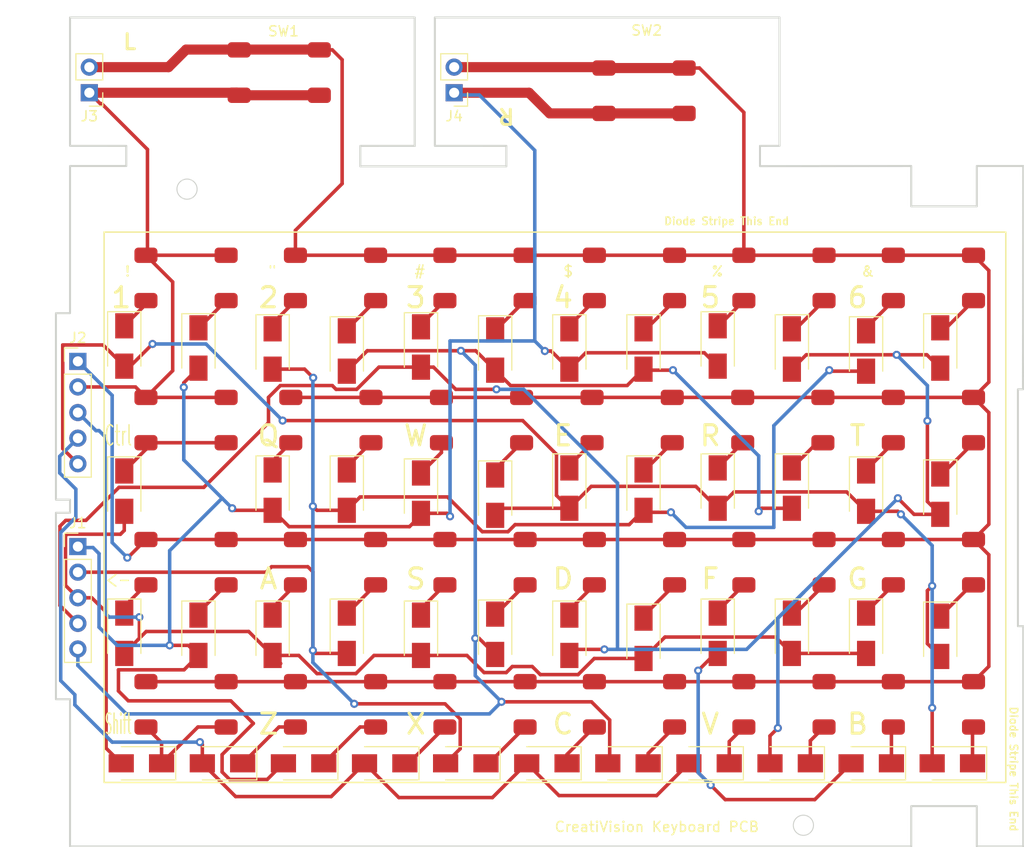
<source format=kicad_pcb>
(kicad_pcb (version 20211014) (generator pcbnew)
  (layers (0 "F.Cu" signal) (31 "B.Cu" signal) (34 "B.Paste" user) (35 "F.Paste" user) (36 "B.SilkS" user "B.Silkscreen") (37 "F.SilkS" user "F.Silkscreen") (38 "B.Mask" user) (39 "F.Mask" user) (44 "Edge.Cuts" user))
  (net 0 "")
  (net 1 "Net-(D1-Pad1)")
  (net 2 "Net-(D1-Pad2)")
  (net 3 "Net-(D2-Pad1)")
  (net 4 "Net-(D12-Pad2)")
  (net 5 "Net-(D3-Pad1)")
  (net 6 "Net-(D11-Pad2)")
  (net 7 "Net-(D4-Pad1)")
  (net 8 "Net-(D14-Pad2)")
  (net 9 "Net-(D5-Pad1)")
  (net 10 "Net-(D6-Pad1)")
  (net 11 "Net-(D16-Pad2)")
  (net 12 "Net-(D7-Pad1)")
  (net 13 "Net-(D8-Pad1)")
  (net 14 "Net-(D19-Pad2)")
  (net 15 "Net-(D9-Pad1)")
  (net 16 "Net-(D10-Pad1)")
  (net 17 "Net-(D10-Pad2)")
  (net 18 "Net-(D11-Pad1)")
  (net 19 "Net-(D12-Pad1)")
  (net 20 "Net-(D13-Pad1)")
  (net 21 "Net-(D13-Pad2)")
  (net 22 "Net-(D14-Pad1)")
  (net 23 "Net-(D15-Pad1)")
  (net 24 "Net-(D16-Pad1)")
  (net 25 "Net-(D17-Pad1)")
  (net 26 "Net-(D18-Pad1)")
  (net 27 "Net-(D19-Pad1)")
  (net 28 "Net-(D20-Pad1)")
  (net 29 "Net-(D21-Pad1)")
  (net 30 "Net-(D22-Pad1)")
  (net 31 "Net-(D23-Pad1)")
  (net 32 "Net-(D24-Pad1)")
  (net 33 "Net-(D25-Pad1)")
  (net 34 "Net-(D26-Pad1)")
  (net 35 "Net-(D27-Pad1)")
  (net 36 "Net-(D28-Pad1)")
  (net 37 "Net-(D29-Pad1)")
  (net 38 "Net-(D30-Pad1)")
  (net 39 "Net-(D31-Pad1)")
  (net 40 "Net-(D32-Pad1)")
  (net 41 "Net-(D33-Pad1)")
  (net 42 "Net-(D34-Pad1)")
  (net 43 "Net-(D35-Pad1)")
  (net 44 "Net-(D36-Pad1)")
  (net 45 "Net-(D37-Pad1)")
  (net 46 "Net-(D38-Pad1)")
  (net 47 "Net-(D39-Pad1)")
  (net 48 "Net-(D40-Pad1)")
  (net 49 "Net-(D41-Pad1)")
  (net 50 "Net-(D42-Pad1)")
  (net 51 "Net-(D43-Pad1)")
  (net 52 "Net-(D44-Pad1)")
  (net 53 "Net-(D45-Pad1)")
  (net 54 "Net-(D46-Pad1)")
  (net 55 "Net-(J2-Pad1)")
  (net 56 "Net-(J2-Pad2)")
  (footprint "Connector_PinHeader_2.54mm:PinHeader_1x05_P2.54mm_Vertical" (layer "F.Cu") (at 92.9 62.425)
    (fp_text reference "J2")
    (fp_text value "Conn_01x05_Female")
  )
  (footprint "Diode_SMD:D_SMA" (layer "F.Cu") (at 119.563635 89.4 -90)
    (fp_text reference "D14" hide)
    (fp_text value "CES521,L3F" hide)
  )
  (footprint "CheshBits:Jaycar SMD Tactical switch" (layer "F.Cu") (at 177 103.4 180)
    (fp_text reference "SW6" hide)
    (fp_text value "6A" hide)
  )
  (footprint "CheshBits:Jaycar SMD Tactical switch" (layer "F.Cu") (at 147.36 61.1 180)
    (fp_text reference "SW22" hide)
    (fp_text value "4D" hide)
  )
  (footprint "Diode_SMD:D_SMA" (layer "F.Cu") (at 141.62727 61.2 -90)
    (fp_text reference "D42" hide)
    (fp_text value "CES521,L3F" hide)
  )
  (footprint "Diode_SMD:D_SMA" (layer "F.Cu") (at 178.4 61.1 -90)
    (fp_text reference "D45" hide)
    (fp_text value "CES521,L3F" hide)
  )
  (footprint "CheshBits:Jaycar SMD Tactical switch" (layer "F.Cu") (at 113.59 26.828)
    (fp_text reference "SW1")
    (fp_text value "SW_MEC_5E")
  )
  (footprint "Diode_SMD:D_SMA" (layer "F.Cu") (at 141.62727 75 -90)
    (fp_text reference "D30" hide)
    (fp_text value "CES521,L3F" hide)
  )
  (footprint "Diode_SMD:D_SMA" (layer "F.Cu") (at 163.52 102.3 180)
    (fp_text reference "D8" hide)
    (fp_text value "CES521,L3F" hide)
  )
  (footprint "Diode_SMD:D_SMA" (layer "F.Cu") (at 147.44 102.3 180)
    (fp_text reference "D6" hide)
    (fp_text value "CES521,L3F" hide)
  )
  (footprint "Diode_SMD:D_SMA" (layer "F.Cu") (at 104.854545 61.1 -90)
    (fp_text reference "D35" hide)
    (fp_text value "CES521,L3F" hide)
  )
  (footprint "CheshBits:Jaycar SMD Tactical switch" (layer "F.Cu") (at 117.72 89.3 180)
    (fp_text reference "SW8" hide)
    (fp_text value "2B" hide)
  )
  (footprint "CheshBits:Jaycar SMD Tactical switch" (layer "F.Cu") (at 132.54 89.3 180)
    (fp_text reference "SW9" hide)
    (fp_text value "3B" hide)
  )
  (footprint "CheshBits:Jaycar SMD Tactical switch" (layer "F.Cu") (at 162.18 61.1 180)
    (fp_text reference "SW23" hide)
    (fp_text value "5D" hide)
  )
  (footprint "Diode_SMD:D_SMA" (layer "F.Cu") (at 99.2 102.3 180)
    (fp_text reference "D1" hide)
    (fp_text value "CES521,L3F" hide)
  )
  (footprint "Diode_SMD:D_SMA" (layer "F.Cu") (at 156.33636 75 -90)
    (fp_text reference "D32" hide)
    (fp_text value "CES521,L3F" hide)
  )
  (footprint "CheshBits:Jaycar SMD Tactical switch" (layer "F.Cu") (at 132.54 103.4 180)
    (fp_text reference "SW3" hide)
    (fp_text value "3A" hide)
  )
  (footprint "Diode_SMD:D_SMA" (layer "F.Cu") (at 163.690905 61.2 -90)
    (fp_text reference "D43" hide)
    (fp_text value "CES521,L3F" hide)
  )
  (footprint "Diode_SMD:D_SMA" (layer "F.Cu") (at 178.4 89.7 -90)
    (fp_text reference "D22" hide)
    (fp_text value "CES521,L3F" hide)
  )
  (footprint "CheshBits:Jaycar SMD Tactical switch" (layer "F.Cu") (at 177 61.1 180)
    (fp_text reference "SW24" hide)
    (fp_text value "6D" hide)
  )
  (footprint "Diode_SMD:D_SMA" (layer "F.Cu") (at 179.6 102.3 180)
    (fp_text reference "D10" hide)
    (fp_text value "CES521,L3F" hide)
  )
  (footprint "CheshBits:Jaycar SMD Tactical switch" (layer "F.Cu") (at 162.18 89.3 180)
    (fp_text reference "SW11" hide)
    (fp_text value "5B" hide)
  )
  (footprint "CheshBits:Jaycar SMD Tactical switch" (layer "F.Cu") (at 117.72 103.4 180)
    (fp_text reference "SW2" hide)
    (fp_text value "2A")
  )
  (footprint "Diode_SMD:D_SMA" (layer "F.Cu") (at 97.5 89.4 -90)
    (fp_text reference "D13" hide)
    (fp_text value "CES521,L3F" hide)
  )
  (footprint "Diode_SMD:D_SMA" (layer "F.Cu") (at 155.48 102.3 180)
    (fp_text reference "D9" hide)
    (fp_text value "CES521,L3F" hide)
  )
  (footprint "Diode_SMD:D_SMA" (layer "F.Cu") (at 104.854545 89.6 -90)
    (fp_text reference "D12" hide)
    (fp_text value "CES521,L3F" hide)
  )
  (footprint "Diode_SMD:D_SMA" (layer "F.Cu") (at 156.33636 60.9 -90)
    (fp_text reference "D44" hide)
    (fp_text value "CES521,L3F" hide)
  )
  (footprint "Diode_SMD:D_SMA" (layer "F.Cu") (at 126.91818 89.6 -90)
    (fp_text reference "D17" hide)
    (fp_text value "CES521,L3F" hide)
  )
  (footprint "Diode_SMD:D_SMA" (layer "F.Cu") (at 134.272725 61.3 -90)
    (fp_text reference "D39" hide)
    (fp_text value "CES521,L3F" hide)
  )
  (footprint "Diode_SMD:D_SMA" (layer "F.Cu") (at 126.91818 61 -90)
    (fp_text reference "D40" hide)
    (fp_text value "CES521,L3F" hide)
  )
  (footprint "CheshBits:Jaycar SMD Tactical switch" (layer "F.Cu") (at 102.9 61.1 180)
    (fp_text reference "SW19" hide)
    (fp_text value "1D" hide)
  )
  (footprint "Diode_SMD:D_SMA" (layer "F.Cu") (at 97.5 75.3 -90)
    (fp_text reference "D24" hide)
    (fp_text value "CES521,L3F" hide)
  )
  (footprint "Connector_PinHeader_2.54mm:PinHeader_1x02_P2.54mm_Vertical" (layer "F.Cu") (at 130.206 35.779 180)
    (fp_text reference "J4")
    (fp_text value "Conn_01x02_Female")
  )
  (footprint "CheshBits:Jaycar SMD Tactical switch" (layer "F.Cu") (at 102.9 103.4 180)
    (fp_text reference "SW1" hide)
    (fp_text value "1A" hide)
  )
  (footprint "CheshBits:Jaycar SMD Tactical switch" (layer "F.Cu") (at 132.54 61.1 180)
    (fp_text reference "SW21" hide)
    (fp_text value "3D" hide)
  )
  (footprint "CheshBits:Jaycar SMD Tactical switch" (layer "F.Cu") (at 162.065 75.2 180)
    (fp_text reference "SW17" hide)
    (fp_text value "5C" hide)
  )
  (footprint "CheshBits:Jaycar SMD Tactical switch" (layer "F.Cu") (at 117.26 75.2 180)
    (fp_text reference "SW14" hide)
    (fp_text value "2C" hide)
  )
  (footprint "Diode_SMD:D_SMA" (layer "F.Cu") (at 112.20909 75.2 -90)
    (fp_text reference "D26" hide)
    (fp_text value "CES521,L3F" hide)
  )
  (footprint "CheshBits:Jaycar SMD Tactical switch" (layer "F.Cu") (at 147.36 89.3 180)
    (fp_text reference "SW10" hide)
    (fp_text value "4B" hide)
  )
  (footprint "Diode_SMD:D_SMA" (layer "F.Cu") (at 112.20909 61.2 -90)
    (fp_text reference "D38" hide)
    (fp_text value "CES521,L3F" hide)
  )
  (footprint "Connector_PinHeader_2.54mm:PinHeader_1x02_P2.54mm_Vertical" (layer "F.Cu") (at 94.036 35.779 180)
    (fp_text reference "J3")
    (fp_text value "Conn_01x02_Female")
  )
  (footprint "Diode_SMD:D_SMA" (layer "F.Cu") (at 107.24 102.3 180)
    (fp_text reference "D3" hide)
    (fp_text value "CES521,L3F" hide)
  )
  (footprint "Diode_SMD:D_SMA" (layer "F.Cu") (at 178.4 75.6 -90)
    (fp_text reference "D33" hide)
    (fp_text value "CES521,L3F" hide)
  )
  (footprint "Diode_SMD:D_SMA" (layer "F.Cu") (at 123.32 102.3 180)
    (fp_text reference "D5" hide)
    (fp_text value "CES521,L3F" hide)
  )
  (footprint "Diode_SMD:D_SMA" (layer "F.Cu") (at 148.981815 89.9 -90)
    (fp_text reference "D18" hide)
    (fp_text value "CES521,L3F" hide)
  )
  (footprint "Diode_SMD:D_SMA" (layer "F.Cu") (at 126.91818 75.5 -90)
    (fp_text reference "D28" hide)
    (fp_text value "CES521,L3F" hide)
  )
  (footprint "CheshBits:Jaycar SMD Tactical switch" (layer "F.Cu") (at 147.36 103.4 180)
    (fp_text reference "SW4" hide)
    (fp_text value "4A" hide)
  )
  (footprint "CheshBits:Jaycar SMD Tactical switch" (layer "F.Cu") (at 177 89.3 180)
    (fp_text reference "SW12" hide)
    (fp_text value "6B" hide)
  )
  (footprint "Diode_SMD:D_SMA" (layer "F.Cu") (at 131.36 102.3 180)
    (fp_text reference "D4" hide)
    (fp_text value "CES521,L3F" hide)
  )
  (footprint "Diode_SMD:D_SMA" (layer "F.Cu") (at 171.56 102.3 180)
    (fp_text reference "D11" hide)
    (fp_text value "CES521,L3F" hide)
  )
  (footprint "Diode_SMD:D_SMA" (layer "F.Cu") (at 156.33636 89.4 -90)
    (fp_text reference "D21" hide)
    (fp_text value "CES521,L3F" hide)
  )
  (footprint "Diode_SMD:D_SMA" (layer "F.Cu") (at 134.272725 75.7 -90)
    (fp_text reference "D27" hide)
    (fp_text value "CES521,L3F" hide)
  )
  (footprint "CheshBits:Jaycar SMD Tactical switch" (layer "F.Cu") (at 147.13 75.2 180)
    (fp_text reference "SW16" hide)
    (fp_text value "4C" hide)
  )
  (footprint "Diode_SMD:D_SMA" (layer "F.Cu") (at 163.690905 75 -90)
    (fp_text reference "D31" hide)
    (fp_text value "CES521,L3F" hide)
  )
  (footprint "Diode_SMD:D_SMA" (layer "F.Cu") (at 115.28 102.3 180)
    (fp_text reference "D2" hide)
    (fp_text value "CES521,L3F" hide)
  )
  (footprint "Diode_SMD:D_SMA" (layer "F.Cu") (at 139.4 102.3 180)
    (fp_text reference "D7" hide)
    (fp_text value "CES521,L3F" hide)
  )
  (footprint "Diode_SMD:D_SMA" (layer "F.Cu") (at 171.04545 75.3 -90)
    (fp_text reference "D34" hide)
    (fp_text value "CES521,L3F" hide)
  )
  (footprint "Connector_PinHeader_2.54mm:PinHeader_1x05_P2.54mm_Vertical" (layer "F.Cu") (at 92.9 80.8)
    (fp_text reference "J1")
    (fp_text value "Conn_01x05_Female")
  )
  (footprint "Diode_SMD:D_SMA" (layer "F.Cu") (at 171.04545 61.4 -90)
    (fp_text reference "D46" hide)
    (fp_text value "CES521,L3F" hide)
  )
  (footprint "CheshBits:Jaycar SMD Tactical switch" (layer "F.Cu") (at 149.76 28.628)
    (fp_text reference "SW2")
    (fp_text value "SW_MEC_5E")
  )
  (footprint "Diode_SMD:D_SMA" (layer "F.Cu") (at 119.563635 61.4 -90)
    (fp_text reference "D37" hide)
    (fp_text value "CES521,L3F" hide)
  )
  (footprint "Diode_SMD:D_SMA" (layer "F.Cu") (at 148.981815 75.2 -90)
    (fp_text reference "D29" hide)
    (fp_text value "CES521,L3F" hide)
  )
  (footprint "Diode_SMD:D_SMA" (layer "F.Cu") (at 171.04545 89.4 -90)
    (fp_text reference "D23" hide)
    (fp_text value "CES521,L3F" hide)
  )
  (footprint "Diode_SMD:D_SMA" (layer "F.Cu") (at 112.20909 89.6 -90)
    (fp_text reference "D15" hide)
    (fp_text value "CES521,L3F" hide)
  )
  (footprint "Diode_SMD:D_SMA" (layer "F.Cu") (at 134.272725 89.5 -90)
    (fp_text reference "D16" hide)
    (fp_text value "CES521,L3F" hide)
  )
  (footprint "CheshBits:Jaycar SMD Tactical switch" (layer "F.Cu") (at 132.195 75.2 180)
    (fp_text reference "SW15" hide)
    (fp_text value "3C" hide)
  )
  (footprint "CheshBits:Jaycar SMD Tactical switch" (layer "F.Cu") (at 177 75.2 180)
    (fp_text reference "SW18" hide)
    (fp_text value "6C" hide)
  )
  (footprint "CheshBits:Jaycar SMD Tactical switch" (layer "F.Cu") (at 102.9 75.2 180)
    (fp_text reference "SW13" hide)
    (fp_text value "1C" hide)
  )
  (footprint "CheshBits:Jaycar SMD Tactical switch" (layer "F.Cu") (at 162.18 103.4 180)
    (fp_text reference "SW5" hide)
    (fp_text value "5A")
  )
  (footprint "Diode_SMD:D_SMA" (layer "F.Cu") (at 148.981815 61.2 -90)
    (fp_text reference "D41" hide)
    (fp_text value "CES521,L3F" hide)
  )
  (footprint "Diode_SMD:D_SMA" (layer "F.Cu") (at 119.563635 75.2 -90)
    (fp_text reference "D25" hide)
    (fp_text value "CES521,L3F" hide)
  )
  (footprint "CheshBits:Jaycar SMD Tactical switch" (layer "F.Cu") (at 102.9 89.3 180)
    (fp_text reference "SW7" hide)
    (fp_text value "1B" hide)
  )
  (footprint "CheshBits:Jaycar SMD Tactical switch" (layer "F.Cu") (at 117.72 61.1 180)
    (fp_text reference "SW20" hide)
    (fp_text value "2D" hide)
  )
  (footprint "Diode_SMD:D_SMA" (layer "F.Cu") (at 163.690905 89.4 -90)
    (fp_text reference "D20" hide)
    (fp_text value "CES521,L3F" hide)
  )
  (footprint "Diode_SMD:D_SMA" (layer "F.Cu") (at 141.62727 89.6 -90)
    (fp_text reference "D19" hide)
    (fp_text value "CES521,L3F" hide)
  )
  (footprint "Diode_SMD:D_SMA" (layer "F.Cu") (at 97.5 60.9 -90)
    (fp_text reference "D36" hide)
    (fp_text value "CES521,L3F" hide)
  )
  (gr_rect (start 95.5 104.2) (end 184.9 49.6) (layer "F.SilkS") (width 0.15) (fill none))
  (gr_circle (center 164.832499 108.44572) (end 164.832499 107.44572) (layer "Edge.Cuts") (width 0.1) (fill none))
  (gr_circle (center 103.722663 45.340508) (end 103.722663 44.340508) (layer "Edge.Cuts") (width 0.1) (fill none))
  (gr_poly (pts (xy 182.024 43.046) (xy 182.024 47.046) (xy 175.524 47.046) (xy 175.524 43.046) (xy 160.527981 43.060826) (xy 160.528 41.048) (xy 162.464 41.046) (xy 162.464 28.308) (xy 128.294 28.308) (xy 128.294 41.046) (xy 135.382 41.048) (xy 135.382 43.08) (xy 120.904 43.08) (xy 120.904 41.048) (xy 126.294 41.046) (xy 126.294 28.308) (xy 92.124 28.308) (xy 92.124 41.046) (xy 97.7 41.048) (xy 97.7 43.046) (xy 92.124 43.046) (xy 92.124 57.646) (xy 90.724 57.646) (xy 90.724 76.146) (xy 92.124 76.146) (xy 92.124 77.446) (xy 90.724 77.446) (xy 90.724 95.946) (xy 92.124 95.946) (xy 92.124 110.546) (xy 175.524 110.546) (xy 175.524 106.546) (xy 182.024 106.546) (xy 182.024 110.546) (xy 186.624 110.546) (xy 186.624 88.7) (xy 186.1 88.7) (xy 186.1 65.2) (xy 186.6 65.2) (xy 186.624 43.046)) (layer "Edge.Cuts") (width 0.2) (fill none))
  (gr_text "%" (at 156.3 53.5) (layer "F.SilkS") (effects (font (size 1 1))))
  (gr_text "Diode Stripe This End" (at 185.674 102.87 270) (layer "F.SilkS") (effects (font (size 0.75 0.75))))
  (gr_text "<-" (at 96.9 84) (layer "F.SilkS") (effects (font (size 2 1))))
  (gr_text "T" (at 170.2 69.8) (layer "F.SilkS") (effects (font (size 2 2) (thickness 0.3))))
  (gr_text "A" (at 111.8 84) (layer "F.SilkS") (effects (font (size 2 2) (thickness 0.3))))
  (gr_text "4" (at 141 56.1) (layer "F.SilkS") (effects (font (size 2 2) (thickness 0.3))))
  (gr_text "Diode Stripe This End" (at 157.226 48.514) (layer "F.SilkS") (effects (font (size 0.75 0.75))))
  (gr_text "1" (at 97.2 56.1) (layer "F.SilkS") (effects (font (size 2 2) (thickness 0.3))))
  (gr_text "Shift" (at 96.9 98.4) (layer "F.SilkS") (effects (font (size 2 0.75))))
  (gr_text "E" (at 141 69.8) (layer "F.SilkS") (effects (font (size 2 2) (thickness 0.3))))
  (gr_text "6" (at 170.2 56.1) (layer "F.SilkS") (effects (font (size 2 2) (thickness 0.3))))
  (gr_text "B" (at 170.2 98.4) (layer "F.SilkS") (effects (font (size 2 2) (thickness 0.3))))
  (gr_text "R" (at 155.6 69.8) (layer "F.SilkS") (effects (font (size 2 2) (thickness 0.3))))
  (gr_text "R" (at 135.382 38.1 180) (layer "F.SilkS") (effects (font (size 1.5 1.5) (thickness 0.3))))
  (gr_text "3" (at 126.4 56.1) (layer "F.SilkS") (effects (font (size 2 2) (thickness 0.3))))
  (gr_text "Z" (at 111.8 98.4) (layer "F.SilkS") (effects (font (size 2 2) (thickness 0.3))))
  (gr_text "#" (at 126.801905 53.5) (layer "F.SilkS") (effects (font (size 1 1))))
  (gr_text "X" (at 126.4 98.4) (layer "F.SilkS") (effects (font (size 2 2) (thickness 0.3))))
  (gr_text "!" (at 97.827619 53.5) (layer "F.SilkS") (effects (font (size 1 1))))
  (gr_text "S" (at 126.4 84) (layer "F.SilkS") (effects (font (size 2 2) (thickness 0.3))))
  (gr_text "Ctrl" (at 96.9 69.8) (layer "F.SilkS") (effects (font (size 2 1))))
  (gr_text "D" (at 141 84) (layer "F.SilkS") (effects (font (size 2 2) (thickness 0.3))))
  (gr_text "5" (at 155.6 56.1) (layer "F.SilkS") (effects (font (size 2 2) (thickness 0.3))))
  (gr_text "V" (at 155.6 98.4) (layer "F.SilkS") (effects (font (size 2 2) (thickness 0.3))))
  (gr_text "Q" (at 111.8 69.8) (layer "F.SilkS") (effects (font (size 2 2) (thickness 0.3))))
  (gr_text "G" (at 170.2 84) (layer "F.SilkS") (effects (font (size 2 2) (thickness 0.3))))
  (gr_text "&" (at 171.227619 53.5) (layer "F.SilkS") (effects (font (size 1 1))))
  (gr_text "C" (at 141 98.4) (layer "F.SilkS") (effects (font (size 2 2) (thickness 0.3))))
  (gr_text "CreatiVision Keyboard PCB" (at 150.3 108.6) (layer "F.SilkS") (effects (font (size 1 1))))
  (gr_text "W" (at 126.4 69.8) (layer "F.SilkS") (effects (font (size 2 2) (thickness 0.3))))
  (gr_text "2" (at 111.8 56.1) (layer "F.SilkS") (effects (font (size 2 2) (thickness 0.3))))
  (gr_text "F" (at 155.6 84) (layer "F.SilkS") (effects (font (size 2 2) (thickness 0.3))))
  (gr_text "$" (at 141.515238 53.5) (layer "F.SilkS") (effects (font (size 1 1))))
  (gr_text "L" (at 98.044 30.734) (layer "F.SilkS") (effects (font (size 1.5 1.5) (thickness 0.3))))
  (gr_text "{dblquote}" (at 112.183809 53.5) (layer "F.SilkS") (effects (font (size 1 1))))
  (segment (start 104.8 98.7) (end 107.6 98.7) (width 0.35) (layer "F.Cu") (net 1))
  (segment (start 101.2 100.25) (end 99.65 98.7) (width 0.35) (layer "F.Cu") (net 1))
  (segment (start 101.2 102.3) (end 104.8 98.7) (width 0.35) (layer "F.Cu") (net 1))
  (segment (start 101.2 102.3) (end 101.2 100.25) (width 0.35) (layer "F.Cu") (net 1))
  (segment (start 91.675489 84.655489) (end 91.675489 79.724511) (width 0.35) (layer "F.Cu") (net 2))
  (segment (start 97.124511 79.575489) (end 97.5 79.2) (width 0.35) (layer "F.Cu") (net 2))
  (segment (start 92.9 85.88) (end 91.675489 84.655489) (width 0.35) (layer "F.Cu") (net 2))
  (segment (start 91.824511 79.575489) (end 97.124511 79.575489) (width 0.35) (layer "F.Cu") (net 2))
  (segment (start 92.9 85.88) (end 94.28 85.88) (width 0.35) (layer "F.Cu") (net 2))
  (segment (start 94.28 85.88) (end 95.7 87.3) (width 0.35) (layer "F.Cu") (net 2))
  (segment (start 95.7 100.8) (end 97.2 102.3) (width 0.35) (layer "F.Cu") (net 2))
  (segment (start 91.675489 79.724511) (end 91.824511 79.575489) (width 0.35) (layer "F.Cu") (net 2))
  (segment (start 95.7 87.3) (end 95.7 100.8) (width 0.35) (layer "F.Cu") (net 2))
  (segment (start 97.5 79.2) (end 97.5 77.3) (width 0.35) (layer "F.Cu") (net 2))
  (segment (start 120.88 98.7) (end 122.42 98.7) (width 0.35) (layer "F.Cu") (net 3))
  (segment (start 117.28 102.3) (end 120.88 98.7) (width 0.35) (layer "F.Cu") (net 3))
  (segment (start 126.91818 77.5) (end 129.5 77.5) (width 0.35) (layer "F.Cu") (net 4))
  (segment (start 103.854545 90.6) (end 104.854545 91.6) (width 0.35) (layer "F.Cu") (net 4))
  (segment (start 155.011849 61.575489) (end 143.251781 61.575489) (width 0.35) (layer "F.Cu") (net 4))
  (segment (start 102 90.6) (end 103.854545 90.6) (width 0.35) (layer "F.Cu") (net 4))
  (segment (start 113.28 102.3) (end 111.68 103.9) (width 0.35) (layer "F.Cu") (net 4))
  (segment (start 126.91818 77.68182) (end 126.91818 77.5) (width 0.35) (layer "F.Cu") (net 4))
  (segment (start 103.4 64.554545) (end 104.854545 63.1) (width 0.35) (layer "F.Cu") (net 4))
  (segment (start 156.33636 62.9) (end 155.011849 61.575489) (width 0.35) (layer "F.Cu") (net 4))
  (segment (start 107.940978 103.9) (end 107.2 103.159022) (width 0.35) (layer "F.Cu") (net 4))
  (segment (start 112.20909 77.2) (end 108.4 77.2) (width 0.35) (layer "F.Cu") (net 4))
  (segment (start 130.206 35.779) (end 137.633 35.779) (width 1) (layer "F.Cu") (net 4))
  (segment (start 96.924511 95.124511) (end 96.924511 93.024511) (width 0.35) (layer "F.Cu") (net 4))
  (segment (start 96.924511 93.024511) (end 103.430034 93.024511) (width 0.35) (layer "F.Cu") (net 4))
  (segment (start 112.20909 77.2) (end 113.833601 78.824511) (width 0.35) (layer "F.Cu") (net 4))
  (segment (start 107.2 101.440978) (end 110.3 98.340978) (width 0.35) (layer "F.Cu") (net 4))
  (segment (start 139.82727 61.4) (end 141.62727 63.2) (width 0.35) (layer "F.Cu") (net 4))
  (segment (start 108.059022 96.1) (end 97.9 96.1) (width 0.35) (layer "F.Cu") (net 4))
  (segment (start 137.633 35.779) (end 139.682 37.828) (width 1) (layer "F.Cu") (net 4))
  (segment (start 113.833601 78.824511) (end 125.775489 78.824511) (width 0.35) (layer "F.Cu") (net 4))
  (segment (start 97.9 96.1) (end 96.924511 95.124511) (width 0.35) (layer "F.Cu") (net 4))
  (segment (start 103.430034 93.024511) (end 104.854545 91.6) (width 0.35) (layer "F.Cu") (net 4))
  (segment (start 108.4 77.2) (end 108.2 77) (width 0.35) (layer "F.Cu") (net 4))
  (segment (start 103.4 65) (end 103.4 64.554545) (width 0.35) (layer "F.Cu") (net 4))
  (segment (start 139.2 61.4) (end 139.82727 61.4) (width 0.35) (layer "F.Cu") (net 4))
  (segment (start 125.775489 78.824511) (end 126.91818 77.68182) (width 0.35) (layer "F.Cu") (net 4))
  (segment (start 107.2 103.159022) (end 107.2 101.440978) (width 0.35) (layer "F.Cu") (net 4))
  (segment (start 111.68 103.9) (end 107.940978 103.9) (width 0.35) (layer "F.Cu") (net 4))
  (segment (start 145.06 37.828) (end 153.01 37.828) (width 1) (layer "F.Cu") (net 4))
  (segment (start 129.5 77.5) (end 129.8 77.8) (width 0.35) (layer "F.Cu") (net 4))
  (segment (start 110.3 98.340978) (end 108.059022 96.1) (width 0.35) (layer "F.Cu") (net 4))
  (segment (start 143.251781 61.575489) (end 141.62727 63.2) (width 0.35) (layer "F.Cu") (net 4))
  (segment (start 139.682 37.828) (end 145.06 37.828) (width 1) (layer "F.Cu") (net 4))
  (via (at 108.2 77) (size 0.8) (drill 0.4) (layers "F.Cu" "B.Cu") (net 4))
  (via (at 102 90.6) (size 0.8) (drill 0.4) (layers "F.Cu" "B.Cu") (net 4))
  (via (at 103.4 65) (size 0.8) (drill 0.4) (layers "F.Cu" "B.Cu") (net 4))
  (via (at 129.8 77.8) (size 0.8) (drill 0.4) (layers "F.Cu" "B.Cu") (net 4))
  (via (at 139.2 61.4) (size 0.8) (drill 0.4) (layers "F.Cu" "B.Cu") (net 4))
  (segment (start 138.2 41.5) (end 132.7 36) (width 0.35) (layer "B.Cu") (net 4))
  (segment (start 96.8 90.6) (end 102 90.6) (width 0.35) (layer "B.Cu") (net 4))
  (segment (start 103.4 72.2) (end 103.4 65) (width 0.35) (layer "B.Cu") (net 4))
  (segment (start 102 81.2) (end 102 90.6) (width 0.35) (layer "B.Cu") (net 4))
  (segment (start 107.2 76) (end 102 81.2) (width 0.35) (layer "B.Cu") (net 4))
  (segment (start 92.9 80.8) (end 93 80.9) (width 0.35) (layer "B.Cu") (net 4))
  (segment (start 138.2 60.4) (end 139.2 61.4) (width 0.35) (layer "B.Cu") (net 4))
  (segment (start 130.427 36) (end 130.206 35.779) (width 0.35) (layer "B.Cu") (net 4))
  (segment (start 95 88.8) (end 96.8 90.6) (width 0.35) (layer "B.Cu") (net 4))
  (segment (start 132.7 36) (end 130.427 36) (width 0.35) (layer "B.Cu") (net 4))
  (segment (start 107.2 76) (end 103.4 72.2) (width 0.35) (layer "B.Cu") (net 4))
  (segment (start 95 81.5) (end 95 88.8) (width 0.35) (layer "B.Cu") (net 4))
  (segment (start 129.8 60.4) (end 138.2 60.4) (width 0.35) (layer "B.Cu") (net 4))
  (segment (start 108.2 77) (end 107.2 76) (width 0.35) (layer "B.Cu") (net 4))
  (segment (start 94.4 80.9) (end 95 81.5) (width 0.35) (layer "B.Cu") (net 4))
  (segment (start 93 80.9) (end 94.4 80.9) (width 0.35) (layer "B.Cu") (net 4))
  (segment (start 129.8 77.8) (end 129.8 60.4) (width 0.35) (layer "B.Cu") (net 4))
  (segment (start 138.2 60.4) (end 138.2 41.5) (width 0.35) (layer "B.Cu") (net 4))
  (segment (start 109.24 102.3) (end 112.84 98.7) (width 0.35) (layer "F.Cu") (net 5))
  (segment (start 112.84 98.7) (end 114.47 98.7) (width 0.35) (layer "F.Cu") (net 5))
  (segment (start 105.24 102.3) (end 108.54 105.6) (width 0.35) (layer "F.Cu") (net 6))
  (segment (start 165.96 105.9) (end 169.56 102.3) (width 0.35) (layer "F.Cu") (net 6))
  (segment (start 157.08 105.9) (end 165.96 105.9) (width 0.35) (layer "F.Cu") (net 6))
  (segment (start 153.48 102.3) (end 155.64 104.46) (width 0.35) (layer "F.Cu") (net 6))
  (segment (start 108.54 105.6) (end 118.02 105.6) (width 0.35) (layer "F.Cu") (net 6))
  (segment (start 156.1 91.4) (end 154.4 93.1) (width 0.35) (layer "F.Cu") (net 6))
  (segment (start 105.24 100.44) (end 105 100.2) (width 0.35) (layer "F.Cu") (net 6))
  (segment (start 124.72 105.7) (end 134 105.7) (width 0.35) (layer "F.Cu") (net 6))
  (segment (start 140.6 105.5) (end 150.28 105.5) (width 0.35) (layer "F.Cu") (net 6))
  (segment (start 150.28 105.5) (end 153.48 102.3) (width 0.35) (layer "F.Cu") (net 6))
  (segment (start 137.4 102.3) (end 140.6 105.5) (width 0.35) (layer "F.Cu") (net 6))
  (segment (start 105.24 102.3) (end 105.24 100.44) (width 0.35) (layer "F.Cu") (net 6))
  (segment (start 118.02 105.6) (end 121.32 102.3) (width 0.35) (layer "F.Cu") (net 6))
  (segment (start 156.33636 91.4) (end 156.1 91.4) (width 0.35) (layer "F.Cu") (net 6))
  (segment (start 155.64 104.46) (end 157.08 105.9) (width 0.35) (layer "F.Cu") (net 6))
  (segment (start 121.32 102.3) (end 124.72 105.7) (width 0.35) (layer "F.Cu") (net 6))
  (segment (start 134 105.7) (end 137.4 102.3) (width 0.35) (layer "F.Cu") (net 6))
  (via (at 154.4 93.1) (size 0.8) (drill 0.4) (layers "F.Cu" "B.Cu") (net 6))
  (via (at 155.64 104.46) (size 0.8) (drill 0.4) (layers "F.Cu" "B.Cu") (net 6))
  (via (at 105 100.2) (size 0.8) (drill 0.4) (layers "F.Cu" "B.Cu") (net 6))
  (segment (start 92.7 77.9) (end 92.7 75.1) (width 0.35) (layer "B.Cu") (net 6))
  (segment (start 91.2 94.1) (end 91.2 79.4) (width 0.35) (layer "B.Cu") (net 6))
  (segment (start 92.6 95.5) (end 91.2 94.1) (width 0.35) (layer "B.Cu") (net 6))
  (segment (start 92.7 75.1) (end 91.1 73.5) (width 0.35) (layer "B.Cu") (net 6))
  (segment (start 96.3 100.2) (end 92.6 96.5) (width 0.35) (layer "B.Cu") (net 6))
  (segment (start 105 100.2) (end 96.3 100.2) (width 0.35) (layer "B.Cu") (net 6))
  (segment (start 91.1 73.5) (end 91.1 71.845) (width 0.35) (layer "B.Cu") (net 6))
  (segment (start 91.2 79.4) (end 92.7 77.9) (width 0.35) (layer "B.Cu") (net 6))
  (segment (start 154.4 93.1) (end 154.4 103.22) (width 0.35) (layer "B.Cu") (net 6))
  (segment (start 154.4 103.22) (end 155.64 104.46) (width 0.35) (layer "B.Cu") (net 6))
  (segment (start 92.6 96.5) (end 92.6 95.5) (width 0.35) (layer "B.Cu") (net 6))
  (segment (start 91.1 71.845) (end 92.9 70.045) (width 0.35) (layer "B.Cu") (net 6))
  (segment (start 133.64 102.3) (end 137.24 98.7) (width 0.35) (layer "F.Cu") (net 7))
  (segment (start 133.36 102.3) (end 133.64 102.3) (width 0.35) (layer "F.Cu") (net 7))
  (segment (start 130.80752 100.85248) (end 130.80752 97.90752) (width 0.35) (layer "F.Cu") (net 8))
  (segment (start 115.7 82.8) (end 116.2 83.3) (width 0.35) (layer "F.Cu") (net 8))
  (segment (start 120.888146 75.875489) (end 129.549192 75.875489) (width 0.35) (layer "F.Cu") (net 8))
  (segment (start 119.563635 77.2) (end 120.888146 75.875489) (width 0.35) (layer "F.Cu") (net 8))
  (segment (start 147.557304 78.624511) (end 148.981815 77.2) (width 0.35) (layer "F.Cu") (net 8))
  (segment (start 167.5 63.4) (end 167.4 63.3) (width 0.35) (layer "F.Cu") (net 8))
  (segment (start 119.563635 91.4) (end 116.5 91.4) (width 0.35) (layer "F.Cu") (net 8))
  (segment (start 129.36 102.3) (end 130.80752 100.85248) (width 0.35) (layer "F.Cu") (net 8))
  (segment (start 116.6 77.2) (end 116.2 76.8) (width 0.35) (layer "F.Cu") (net 8))
  (segment (start 115.379604 63.2) (end 116.229615 64.050011) (width 0.35) (layer "F.Cu") (net 8))
  (segment (start 130.80752 97.90752) (end 129.3 96.4) (width 0.35) (layer "F.Cu") (net 8))
  (segment (start 112.20909 63.2) (end 115.379604 63.2) (width 0.35) (layer "F.Cu") (net 8))
  (segment (start 112.1 82.8) (end 115.7 82.8) (width 0.35) (layer "F.Cu") (net 8))
  (segment (start 116.5 91.4) (end 116.2 91.1) (width 0.35) (layer "F.Cu") (net 8))
  (segment (start 129.3 96.4) (end 120.3 96.4) (width 0.35) (layer "F.Cu") (net 8))
  (segment (start 92.9 83.34) (end 111.56 83.34) (width 0.35) (layer "F.Cu") (net 8))
  (segment (start 119.563635 77.2) (end 116.6 77.2) (width 0.35) (layer "F.Cu") (net 8))
  (segment (start 111.56 83.34) (end 112.1 82.8) (width 0.35) (layer "F.Cu") (net 8))
  (segment (start 116.2 83.3) (end 116.2 91.1) (width 0.35) (layer "F.Cu") (net 8))
  (segment (start 132.998214 79.324511) (end 135.547236 79.324511) (width 0.35) (layer "F.Cu") (net 8))
  (segment (start 135.547236 79.324511) (end 136.247236 78.624511) (width 0.35) (layer "F.Cu") (net 8))
  (segment (start 136.247236 78.624511) (end 147.557304 78.624511) (width 0.35) (layer "F.Cu") (net 8))
  (segment (start 129.549192 75.875489) (end 132.998214 79.324511) (width 0.35) (layer "F.Cu") (net 8))
  (segment (start 151.7 77.4) (end 149.181815 77.4) (width 0.35) (layer "F.Cu") (net 8))
  (segment (start 149.181815 77.4) (end 148.981815 77.2) (width 0.35) (layer "F.Cu") (net 8))
  (segment (start 171.04545 63.4) (end 167.5 63.4) (width 0.35) (layer "F.Cu") (net 8))
  (via (at 120.3 96.4) (size 0.8) (drill 0.4) (layers "F.Cu" "B.Cu") (net 8))
  (via (at 116.2 91.1) (size 0.8) (drill 0.4) (layers "F.Cu" "B.Cu") (net 8))
  (via (at 167.4 63.3) (size 0.8) (drill 0.4) (layers "F.Cu" "B.Cu") (net 8))
  (via (at 151.7 77.4) (size 0.8) (drill 0.4) (layers "F.Cu" "B.Cu") (net 8))
  (via (at 116.229615 64.050011) (size 0.8) (drill 0.4) (layers "F.Cu" "B.Cu") (net 8))
  (via (at 116.2 76.8) (size 0.8) (drill 0.4) (layers "F.Cu" "B.Cu") (net 8))
  (segment (start 116.2 76.8) (end 116.2 64.079626) (width 0.35) (layer "B.Cu") (net 8))
  (segment (start 116.2 64.079626) (end 116.229615 64.050011) (width 0.35) (layer "B.Cu") (net 8))
  (segment (start 153.2 78.9) (end 151.7 77.4) (width 0.35) (layer "B.Cu") (net 8))
  (segment (start 161.9 78.9) (end 153.2 78.9) (width 0.35) (layer "B.Cu") (net 8))
  (segment (start 161.9 68.8) (end 161.9 78.9) (width 0.35) (layer "B.Cu") (net 8))
  (segment (start 167.4 63.3) (end 161.9 68.8) (width 0.35) (layer "B.Cu") (net 8))
  (segment (start 116.2 92.3) (end 116.2 91.1) (width 0.35) (layer "B.Cu") (net 8))
  (segment (start 116.2 91.1) (end 116.2 76.8) (width 0.35) (layer "B.Cu") (net 8))
  (segment (start 120.3 96.4) (end 116.2 92.3) (width 0.35) (layer "B.Cu") (net 8))
  (segment (start 125.32 102.3) (end 125.69 102.3) (width 0.35) (layer "F.Cu") (net 9))
  (segment (start 125.69 102.3) (end 129.29 98.7) (width 0.35) (layer "F.Cu") (net 9))
  (segment (start 149.44 101.32) (end 152.06 98.7) (width 0.35) (layer "F.Cu") (net 10))
  (segment (start 149.44 102.3) (end 149.44 101.32) (width 0.35) (layer "F.Cu") (net 10))
  (segment (start 163.690905 77) (end 160.7 77) (width 0.35) (layer "F.Cu") (net 11))
  (segment (start 121.588146 61.375489) (end 119.563635 63.4) (width 0.35) (layer "F.Cu") (net 11))
  (segment (start 148.981815 63.2) (end 147.357304 64.824511) (width 0.35) (layer "F.Cu") (net 11))
  (segment (start 132.3 89.9) (end 132.672725 89.9) (width 0.35) (layer "F.Cu") (net 11))
  (segment (start 160.7 77) (end 160.4 77.3) (width 0.35) (layer "F.Cu") (net 11))
  (segment (start 149.081815 63.3) (end 148.981815 63.2) (width 0.35) (layer "F.Cu") (net 11))
  (segment (start 145.62752 98.006054) (end 143.821466 96.2) (width 0.35) (layer "F.Cu") (net 11))
  (segment (start 134.272725 63.3) (end 132.348214 61.375489) (width 0.35) (layer "F.Cu") (net 11))
  (segment (start 130.875489 61.375489) (end 121.588146 61.375489) (width 0.35) (layer "F.Cu") (net 11))
  (segment (start 145.62752 102.11248) (end 145.62752 98.006054) (width 0.35) (layer "F.Cu") (net 11))
  (segment (start 145.44 102.3) (end 145.62752 102.11248) (width 0.35) (layer "F.Cu") (net 11))
  (segment (start 143.821466 96.2) (end 134.9 96.2) (width 0.35) (layer "F.Cu") (net 11))
  (segment (start 147.357304 64.824511) (end 135.797236 64.824511) (width 0.35) (layer "F.Cu") (net 11))
  (segment (start 135.797236 64.824511) (end 134.272725 63.3) (width 0.35) (layer "F.Cu") (net 11))
  (segment (start 151.9 63.3) (end 149.081815 63.3) (width 0.35) (layer "F.Cu") (net 11))
  (segment (start 132.672725 89.9) (end 134.272725 91.5) (width 0.35) (layer "F.Cu") (net 11))
  (segment (start 132.348214 61.375489) (end 130.875489 61.375489) (width 0.35) (layer "F.Cu") (net 11))
  (via (at 151.9 63.3) (size 0.8) (drill 0.4) (layers "F.Cu" "B.Cu") (net 11))
  (via (at 132.3 89.9) (size 0.8) (drill 0.4) (layers "F.Cu" "B.Cu") (net 11))
  (via (at 160.4 77.3) (size 0.8) (drill 0.4) (layers "F.Cu" "B.Cu") (net 11))
  (via (at 130.875489 61.375489) (size 0.8) (drill 0.4) (layers "F.Cu" "B.Cu") (net 11))
  (via (at 134.9 96.2) (size 0.8) (drill 0.4) (layers "F.Cu" "B.Cu") (net 11))
  (segment (start 160.4 71.8) (end 151.9 63.3) (width 0.35) (layer "B.Cu") (net 11))
  (segment (start 132.3 93.6) (end 132.3 89.9) (width 0.35) (layer "B.Cu") (net 11))
  (segment (start 97.7 97.4) (end 133.7 97.4) (width 0.35) (layer "B.Cu") (net 11))
  (segment (start 132.3 89.9) (end 132.3 62.8) (width 0.35) (layer "B.Cu") (net 11))
  (segment (start 134.9 96.2) (end 132.3 93.6) (width 0.35) (layer "B.Cu") (net 11))
  (segment (start 132.3 62.8) (end 130.875489 61.375489) (width 0.35) (layer "B.Cu") (net 11))
  (segment (start 133.7 97.4) (end 134.9 96.2) (width 0.35) (layer "B.Cu") (net 11))
  (segment (start 92.9 92.6) (end 97.7 97.4) (width 0.35) (layer "B.Cu") (net 11))
  (segment (start 92.9 90.96) (end 92.9 92.6) (width 0.35) (layer "B.Cu") (net 11))
  (segment (start 160.4 77.3) (end 160.4 71.8) (width 0.35) (layer "B.Cu") (net 11))
  (segment (start 141.4 102.3) (end 141.4 101.41) (width 0.35) (layer "F.Cu") (net 12))
  (segment (start 141.4 101.41) (end 144.11 98.7) (width 0.35) (layer "F.Cu") (net 12))
  (segment (start 165.52 100.06) (end 166.88 98.7) (width 0.35) (layer "F.Cu") (net 13))
  (segment (start 165.52 102.3) (end 165.52 100.06) (width 0.35) (layer "F.Cu") (net 13))
  (segment (start 178.4 77.6) (end 175.8 77.6) (width 0.35) (layer "F.Cu") (net 14))
  (segment (start 165.115416 61.775489) (end 163.690905 63.2) (width 0.35) (layer "F.Cu") (net 14))
  (segment (start 134.4 65.2) (end 130.356466 65.2) (width 0.35) (layer "F.Cu") (net 14))
  (segment (start 120.548534 65.2) (end 122.748534 63) (width 0.35) (layer "F.Cu") (net 14))
  (segment (start 175.8 77.6) (end 174.2 76) (width 0.35) (layer "F.Cu") (net 14))
  (segment (start 130.356466 65.2) (end 128.156466 63) (width 0.35) (layer "F.Cu") (net 14))
  (segment (start 177.125489 76.325489) (end 177.125489 68.325489) (width 0.35) (layer "F.Cu") (net 14))
  (segment (start 112.974023 64.824511) (end 118.124511 64.824511) (width 0.35) (layer "F.Cu") (net 14))
  (segment (start 122.748534 63) (end 126.91818 63) (width 0.35) (layer "F.Cu") (net 14))
  (segment (start 128.156466 63) (end 126.91818 63) (width 0.35) (layer "F.Cu") (net 14))
  (segment (start 178.4 77.6) (end 177.125489 76.325489) (width 0.35) (layer "F.Cu") (net 14))
  (segment (start 111.8 68.511466) (end 111.8 65.998534) (width 0.35) (layer "F.Cu") (net 14))
  (segment (start 162.3 98.8) (end 161.52 99.58) (width 0.35) (layer "F.Cu") (net 14))
  (segment (start 161.52 99.58) (end 161.52 102.3) (width 0.35) (layer "F.Cu") (net 14))
  (segment (start 91.7 78.2) (end 93.700978 78.2) (width 0.35) (layer "F.Cu") (net 14))
  (segment (start 92.9 88.42) (end 91.125978 86.645978) (width 0.35) (layer "F.Cu") (net 14))
  (segment (start 118.124511 64.824511) (end 118.5 65.2) (width 0.35) (layer "F.Cu") (net 14))
  (segment (start 174.075489 61.775489) (end 165.115416 61.775489) (width 0.35) (layer "F.Cu") (net 14))
  (segment (start 177.075489 61.775489) (end 174.075489 61.775489) (width 0.35) (layer "F.Cu") (net 14))
  (segment (start 96.976467 74.924511) (end 105.386955 74.924511) (width 0.35) (layer "F.Cu") (net 14))
  (segment (start 91.125978 78.774022) (end 91.7 78.2) (width 0.35) (layer "F.Cu") (net 14))
  (segment (start 91.125978 86.645978) (end 91.125978 78.774022) (width 0.35) (layer "F.Cu") (net 14))
  (segment (start 118.5 65.2) (end 120.548534 65.2) (width 0.35) (layer "F.Cu") (net 14))
  (segment (start 145.1 91) (end 142.22727 91) (width 0.35) (layer "F.Cu") (net 14))
  (segment (start 111.8 65.998534) (end 112.974023 64.824511) (width 0.35) (layer "F.Cu") (net 14))
  (segment (start 178.4 63.1) (end 177.075489 61.775489) (width 0.35) (layer "F.Cu") (net 14))
  (segment (start 142.22727 91) (end 141.62727 91.6) (width 0.35) (layer "F.Cu") (net 14))
  (segment (start 105.386955 74.924511) (end 111.8 68.511466) (width 0.35) (layer "F.Cu") (net 14))
  (segment (start 93.700978 78.2) (end 96.976467 74.924511) (width 0.35) (layer "F.Cu") (net 14))
  (via (at 174.2 76) (size 0.8) (drill 0.4) (layers "F.Cu" "B.Cu") (net 14))
  (via (at 145.1 91) (size 0.8) (drill 0.4) (layers "F.Cu" "B.Cu") (net 14))
  (via (at 162.3 98.8) (size 0.8) (drill 0.4) (layers "F.Cu" "B.Cu") (net 14))
  (via (at 174.075489 61.775489) (size 0.8) (drill 0.4) (layers "F.Cu" "B.Cu") (net 14))
  (via (at 134.4 65.2) (size 0.8) (drill 0.4) (layers "F.Cu" "B.Cu") (net 14))
  (via (at 177.125489 68.325489) (size 0.8) (drill 0.4) (layers "F.Cu" "B.Cu") (net 14))
  (segment (start 177.125489 68.325489) (end 177.125489 64.825489) (width 0.35) (layer "B.Cu") (net 14))
  (segment (start 159.2 91) (end 146.4 91) (width 0.35) (layer "B.Cu") (net 14))
  (segment (start 164.85 85.35) (end 159.2 91) (width 0.35) (layer "B.Cu") (net 14))
  (segment (start 146.4 74.5) (end 137.1 65.2) (width 0.35) (layer "B.Cu") (net 14))
  (segment (start 146.4 91) (end 145.1 91) (width 0.35) (layer "B.Cu") (net 14))
  (segment (start 146.4 91) (end 146.4 74.5) (width 0.35) (layer "B.Cu") (net 14))
  (segment (start 174.2 76) (end 164.85 85.35) (width 0.35) (layer "B.Cu") (net 14))
  (segment (start 162.3 87.9) (end 162.3 98.8) (width 0.35) (layer "B.Cu") (net 14))
  (segment (start 137.1 65.2) (end 134.4 65.2) (width 0.35) (layer "B.Cu") (net 14))
  (segment (start 177.125489 64.825489) (end 174.075489 61.775489) (width 0.35) (layer "B.Cu") (net 14))
  (segment (start 164.85 85.35) (end 162.3 87.9) (width 0.35) (layer "B.Cu") (net 14))
  (segment (start 157.48 102.3) (end 157.48 100.15) (width 0.35) (layer "F.Cu") (net 15))
  (segment (start 157.48 100.15) (end 158.93 98.7) (width 0.35) (layer "F.Cu") (net 15))
  (segment (start 181.6 98.8) (end 181.7 98.7) (width 0.35) (layer "F.Cu") (net 16))
  (segment (start 181.6 102.3) (end 181.6 98.8) (width 0.35) (layer "F.Cu") (net 16))
  (segment (start 98.1 62.9) (end 97.5 62.9) (width 0.35) (layer "F.Cu") (net 17))
  (segment (start 154.160871 74.824511) (end 143.802759 74.824511) (width 0.35) (layer "F.Cu") (net 17))
  (segment (start 177.125489 85.174511) (end 177.6 84.7) (width 0.35) (layer "F.Cu") (net 17))
  (segment (start 140.352759 75.725489) (end 140.352759 71.652759) (width 0.35) (layer "F.Cu") (net 17))
  (segment (start 169.120939 75.375489) (end 157.960871 75.375489) (width 0.35) (layer "F.Cu") (net 17))
  (segment (start 177.6 102.3) (end 177.6 96.8) (width 0.35) (layer "F.Cu") (net 17))
  (segment (start 141.62727 77) (end 134.972725 77) (width 0.35) (layer "F.Cu") (net 17))
  (segment (start 174.5 77.6) (end 174.2 77.3) (width 0.35) (layer "F.Cu") (net 17))
  (segment (start 91.4 60.8) (end 95.4 60.8) (width 0.35) (layer "F.Cu") (net 17))
  (segment (start 177.125489 90.425489) (end 177.125489 85.174511) (width 0.35) (layer "F.Cu") (net 17))
  (segment (start 140.352759 71.652759) (end 137 68.3) (width 0.35) (layer "F.Cu") (net 17))
  (segment (start 92.9 72.585) (end 91.4 71.085) (width 0.35) (layer "F.Cu") (net 17))
  (segment (start 178.4 91.7) (end 177.125489 90.425489) (width 0.35) (layer "F.Cu") (net 17))
  (segment (start 137 68.3) (end 113.2 68.3) (width 0.35) (layer "F.Cu") (net 17))
  (segment (start 141.62727 77) (end 140.352759 75.725489) (width 0.35) (layer "F.Cu") (net 17))
  (segment (start 156.33636 77) (end 154.160871 74.824511) (width 0.35) (layer "F.Cu") (net 17))
  (segment (start 91.4 71.085) (end 91.4 60.8) (width 0.35) (layer "F.Cu") (net 17))
  (segment (start 143.802759 74.824511) (end 141.62727 77) (width 0.35) (layer "F.Cu") (net 17))
  (segment (start 100.3 60.7) (end 98.1 62.9) (width 0.35) (layer "F.Cu") (net 17))
  (segment (start 134.972725 77) (end 134.272725 77.7) (width 0.35) (layer "F.Cu") (net 17))
  (segment (start 174.2 77.3) (end 171.04545 77.3) (width 0.35) (layer "F.Cu") (net 17))
  (segment (start 157.960871 75.375489) (end 156.33636 77) (width 0.35) (layer "F.Cu") (net 17))
  (segment (start 95.4 60.8) (end 97.5 62.9) (width 0.35) (layer "F.Cu") (net 17))
  (segment (start 171.04545 77.3) (end 169.120939 75.375489) (width 0.35) (layer "F.Cu") (net 17))
  (via (at 177.6 96.8) (size 0.8) (drill 0.4) (layers "F.Cu" "B.Cu") (net 17))
  (via (at 174.5 77.6) (size 0.8) (drill 0.4) (layers "F.Cu" "B.Cu") (net 17))
  (via (at 177.6 84.7) (size 0.8) (drill 0.4) (layers "F.Cu" "B.Cu") (net 17))
  (via (at 113.2 68.3) (size 0.8) (drill 0.4) (layers "F.Cu" "B.Cu") (net 17))
  (via (at 100.3 60.7) (size 0.8) (drill 0.4) (layers "F.Cu" "B.Cu") (net 17))
  (segment (start 113.2 68.3) (end 106.1 61.2) (width 0.35) (layer "B.Cu") (net 17))
  (segment (start 177.6 96.8) (end 177.6 84.7) (width 0.35) (layer "B.Cu") (net 17))
  (segment (start 105.6 60.7) (end 100.3 60.7) (width 0.35) (layer "B.Cu") (net 17))
  (segment (start 106.1 61.2) (end 105.6 60.7) (width 0.35) (layer "B.Cu") (net 17))
  (segment (start 177.6 84.7) (end 177.6 80.7) (width 0.35) (layer "B.Cu") (net 17))
  (segment (start 177.6 80.7) (end 174.5 77.6) (width 0.35) (layer "B.Cu") (net 17))
  (segment (start 173.56 98.89) (end 173.75 98.7) (width 0.35) (layer "F.Cu") (net 18))
  (segment (start 173.56 102.3) (end 173.56 98.89) (width 0.35) (layer "F.Cu") (net 18))
  (segment (start 104.854545 87.6) (end 104.854545 87.345455) (width 0.35) (layer "F.Cu") (net 19))
  (segment (start 104.854545 87.345455) (end 107.6 84.6) (width 0.35) (layer "F.Cu") (net 19))
  (segment (start 97.5 87.4) (end 97.5 86.75) (width 0.35) (layer "F.Cu") (net 20))
  (segment (start 97.5 86.75) (end 99.65 84.6) (width 0.35) (layer "F.Cu") (net 20))
  (segment (start 112.20909 91.6) (end 109.833601 89.224511) (width 0.35) (layer "F.Cu") (net 21))
  (segment (start 135.371747 93.3) (end 133.173703 93.3) (width 0.35) (layer "F.Cu") (net 21))
  (segment (start 120.462657 93.4) (end 122.262657 91.6) (width 0.35) (layer "F.Cu") (net 21))
  (segment (start 148.981815 91.9) (end 144.1 91.9) (width 0.35) (layer "F.Cu") (net 21))
  (segment (start 163.690905 91.4) (end 162.066394 89.775489) (width 0.35) (layer "F.Cu") (net 21))
  (segment (start 109.833601 89.224511) (end 99.675489 89.224511) (width 0.35) (layer "F.Cu") (net 21))
  (segment (start 99 89.9) (end 98.85 90.05) (width 0.35) (layer "F.Cu") (net 21))
  (segment (start 98.85 90.05) (end 97.5 91.4) (width 0.35) (layer "F.Cu") (net 21))
  (segment (start 99 87.8) (end 99 89.9) (width 0.35) (layer "F.Cu") (net 21))
  (segment (start 122.262657 91.6) (end 126.91818 91.6) (width 0.35) (layer "F.Cu") (net 21))
  (segment (start 112.20909 91.6) (end 113.00909 92.4) (width 0.35) (layer "F.Cu") (net 21))
  (segment (start 114.8 91.6) (end 116.6 93.4) (width 0.35) (layer "F.Cu") (net 21))
  (segment (start 137.951466 92.7) (end 135.971747 92.7) (width 0.35) (layer "F.Cu") (net 21))
  (segment (start 151.106326 89.775489) (end 148.981815 91.9) (width 0.35) (layer "F.Cu") (net 21))
  (segment (start 131.473703 91.6) (end 126.91818 91.6) (width 0.35) (layer "F.Cu") (net 21))
  (segment (start 112.20909 91.6) (end 114.8 91.6) (width 0.35) (layer "F.Cu") (net 21))
  (segment (start 133.173703 93.3) (end 131.473703 91.6) (width 0.35) (layer "F.Cu") (net 21))
  (segment (start 116.6 93.4) (end 120.462657 93.4) (width 0.35) (layer "F.Cu") (net 21))
  (segment (start 171.04545 91.4) (end 163.690905 91.4) (width 0.35) (layer "F.Cu") (net 21))
  (segment (start 99.675489 89.224511) (end 98.85 90.05) (width 0.35) (layer "F.Cu") (net 21))
  (segment (start 142.5 93.5) (end 138.751466 93.5) (width 0.35) (layer "F.Cu") (net 21))
  (segment (start 162.066394 89.775489) (end 151.106326 89.775489) (width 0.35) (layer "F.Cu") (net 21))
  (segment (start 135.971747 92.7) (end 135.371747 93.3) (width 0.35) (layer "F.Cu") (net 21))
  (segment (start 144.1 91.9) (end 142.5 93.5) (width 0.35) (layer "F.Cu") (net 21))
  (segment (start 138.751466 93.5) (end 137.951466 92.7) (width 0.35) (layer "F.Cu") (net 21))
  (via (at 99 87.8) (size 0.8) (drill 0.4) (layers "F.Cu" "B.Cu") (net 21))
  (segment (start 95.6 69.9) (end 95.6 87.4) (width 0.35) (layer "B.Cu") (net 21))
  (segment (start 96 87.8) (end 99 87.8) (width 0.35) (layer "B.Cu") (net 21))
  (segment (start 95.6 87.4) (end 96 87.8) (width 0.35) (layer "B.Cu") (net 21))
  (segment (start 94.695 69.3) (end 95 69.3) (width 0.35) (layer "B.Cu") (net 21))
  (segment (start 92.9 67.505) (end 94.695 69.3) (width 0.35) (layer "B.Cu") (net 21))
  (segment (start 95 69.3) (end 95.6 69.9) (width 0.35) (layer "B.Cu") (net 21))
  (segment (start 119.563635 87.4) (end 119.62 87.4) (width 0.35) (layer "F.Cu") (net 22))
  (segment (start 119.62 87.4) (end 122.42 84.6) (width 0.35) (layer "F.Cu") (net 22))
  (segment (start 112.20909 87.6) (end 112.20909 86.86091) (width 0.35) (layer "F.Cu") (net 23))
  (segment (start 112.20909 86.86091) (end 114.47 84.6) (width 0.35) (layer "F.Cu") (net 23))
  (segment (start 134.34 87.5) (end 137.24 84.6) (width 0.35) (layer "F.Cu") (net 24))
  (segment (start 134.272725 87.5) (end 134.34 87.5) (width 0.35) (layer "F.Cu") (net 24))
  (segment (start 126.91818 86.97182) (end 129.29 84.6) (width 0.35) (layer "F.Cu") (net 25))
  (segment (start 126.91818 87.6) (end 126.91818 86.97182) (width 0.35) (layer "F.Cu") (net 25))
  (segment (start 148.981815 87.9) (end 148.981815 87.678185) (width 0.35) (layer "F.Cu") (net 26))
  (segment (start 148.981815 87.678185) (end 152.06 84.6) (width 0.35) (layer "F.Cu") (net 26))
  (segment (start 141.62727 87.6) (end 141.62727 87.08273) (width 0.35) (layer "F.Cu") (net 27))
  (segment (start 141.62727 87.08273) (end 144.11 84.6) (width 0.35) (layer "F.Cu") (net 27))
  (segment (start 164.08 87.4) (end 166.88 84.6) (width 0.35) (layer "F.Cu") (net 28))
  (segment (start 163.690905 87.4) (end 164.08 87.4) (width 0.35) (layer "F.Cu") (net 28))
  (segment (start 156.33636 87.4) (end 156.33636 87.19364) (width 0.35) (layer "F.Cu") (net 29))
  (segment (start 156.33636 87.19364) (end 158.93 84.6) (width 0.35) (layer "F.Cu") (net 29))
  (segment (start 178.4 87.7) (end 181.5 84.6) (width 0.35) (layer "F.Cu") (net 30))
  (segment (start 181.5 84.6) (end 181.7 84.6) (width 0.35) (layer "F.Cu") (net 30))
  (segment (start 171.04545 87.30455) (end 173.75 84.6) (width 0.35) (layer "F.Cu") (net 31))
  (segment (start 171.04545 87.4) (end 171.04545 87.30455) (width 0.35) (layer "F.Cu") (net 31))
  (segment (start 99.65 71.15) (end 99.65 70.5) (width 0.35) (layer "F.Cu") (net 32))
  (segment (start 97.5 73.3) (end 99.65 71.15) (width 0.35) (layer "F.Cu") (net 32))
  (segment (start 99.65 70.5) (end 107.6 70.5) (width 0.35) (layer "F.Cu") (net 32))
  (segment (start 119.563635 73.2) (end 119.563635 72.896365) (width 0.35) (layer "F.Cu") (net 33))
  (segment (start 119.563635 72.896365) (end 121.96 70.5) (width 0.35) (layer "F.Cu") (net 33))
  (segment (start 112.20909 73.2) (end 112.20909 72.30091) (width 0.35) (layer "F.Cu") (net 34))
  (segment (start 112.20909 72.30091) (end 114.01 70.5) (width 0.35) (layer "F.Cu") (net 34))
  (segment (start 134.272725 73.7) (end 134.272725 73.122275) (width 0.35) (layer "F.Cu") (net 35))
  (segment (start 134.272725 73.122275) (end 136.895 70.5) (width 0.35) (layer "F.Cu") (net 35))
  (segment (start 128.945 71.47318) (end 128.945 70.5) (width 0.35) (layer "F.Cu") (net 36))
  (segment (start 126.91818 73.5) (end 128.945 71.47318) (width 0.35) (layer "F.Cu") (net 36))
  (segment (start 149.13 73.2) (end 151.83 70.5) (width 0.35) (layer "F.Cu") (net 37))
  (segment (start 148.981815 73.2) (end 149.13 73.2) (width 0.35) (layer "F.Cu") (net 37))
  (segment (start 141.62727 73) (end 141.62727 72.75273) (width 0.35) (layer "F.Cu") (net 38))
  (segment (start 141.62727 72.75273) (end 143.88 70.5) (width 0.35) (layer "F.Cu") (net 38))
  (segment (start 163.690905 73) (end 166.190905 70.5) (width 0.35) (layer "F.Cu") (net 39))
  (segment (start 166.190905 70.5) (end 166.765 70.5) (width 0.35) (layer "F.Cu") (net 39))
  (segment (start 156.33636 73) (end 156.33636 72.97864) (width 0.35) (layer "F.Cu") (net 40))
  (segment (start 156.33636 72.97864) (end 158.815 70.5) (width 0.35) (layer "F.Cu") (net 40))
  (segment (start 178.6 73.6) (end 181.7 70.5) (width 0.35) (layer "F.Cu") (net 41))
  (segment (start 178.4 73.6) (end 178.6 73.6) (width 0.35) (layer "F.Cu") (net 41))
  (segment (start 171.04545 73.20455) (end 173.75 70.5) (width 0.35) (layer "F.Cu") (net 42))
  (segment (start 171.04545 73.3) (end 171.04545 73.20455) (width 0.35) (layer "F.Cu") (net 42))
  (segment (start 104.854545 59.1) (end 104.9 59.1) (width 0.35) (layer "F.Cu") (net 43))
  (segment (start 104.9 59.1) (end 107.6 56.4) (width 0.35) (layer "F.Cu") (net 43))
  (segment (start 99.65 56.4) (end 99.65 56.75) (width 0.35) (layer "F.Cu") (net 44))
  (segment (start 99.65 56.75) (end 97.5 58.9) (width 0.35) (layer "F.Cu") (net 44))
  (segment (start 119.563635 59.4) (end 119.563635 59.256365) (width 0.35) (layer "F.Cu") (net 45))
  (segment (start 119.563635 59.256365) (end 122.42 56.4) (width 0.35) (layer "F.Cu") (net 45))
  (segment (start 112.20909 58.66091) (end 114.47 56.4) (width 0.35) (layer "F.Cu") (net 46))
  (segment (start 112.20909 59.2) (end 112.20909 58.66091) (width 0.35) (layer "F.Cu") (net 46))
  (segment (start 134.272725 59.3) (end 134.34 59.3) (width 0.35) (layer "F.Cu") (net 47))
  (segment (start 134.34 59.3) (end 137.24 56.4) (width 0.35) (layer "F.Cu") (net 47))
  (segment (start 126.91818 59) (end 126.91818 58.77182) (width 0.35) (layer "F.Cu") (net 48))
  (segment (start 126.91818 58.77182) (end 129.29 56.4) (width 0.35) (layer "F.Cu") (net 48))
  (segment (start 149.26 59.2) (end 152.06 56.4) (width 0.35) (layer "F.Cu") (net 49))
  (segment (start 148.981815 59.2) (end 149.26 59.2) (width 0.35) (layer "F.Cu") (net 49))
  (segment (start 141.62727 59.2) (end 141.62727 58.88273) (width 0.35) (layer "F.Cu") (net 50))
  (segment (start 141.62727 58.88273) (end 144.11 56.4) (width 0.35) (layer "F.Cu") (net 50))
  (segment (start 163.690905 59.2) (end 164.08 59.2) (width 0.35) (layer "F.Cu") (net 51))
  (segment (start 164.08 59.2) (end 166.88 56.4) (width 0.35) (layer "F.Cu") (net 51))
  (segment (start 156.43 58.9) (end 158.93 56.4) (width 0.35) (layer "F.Cu") (net 52))
  (segment (start 156.33636 58.9) (end 156.43 58.9) (width 0.35) (layer "F.Cu") (net 52))
  (segment (start 178.4 59.1) (end 179 59.1) (width 0.35) (layer "F.Cu") (net 53))
  (segment (start 179 59.1) (end 181.7 56.4) (width 0.35) (layer "F.Cu") (net 53))
  (segment (start 171.04545 59.4) (end 171.04545 59.10455) (width 0.35) (layer "F.Cu") (net 54))
  (segment (start 171.04545 59.10455) (end 173.75 56.4) (width 0.35) (layer "F.Cu") (net 54))
  (segment (start 181.7 51.9) (end 183.21752 53.41752) (width 0.35) (layer "F.Cu") (net 55))
  (segment (start 114.47 51.9) (end 114.47 49.43) (width 0.35) (layer "F.Cu") (net 55))
  (segment (start 183.21752 92.68248) (end 181.7 94.2) (width 0.35) (layer "F.Cu") (net 55))
  (segment (start 183.21752 81.61752) (end 183.21752 92.68248) (width 0.35) (layer "F.Cu") (net 55))
  (segment (start 97.85 81.9) (end 99.65 80.1) (width 0.35) (layer "F.Cu") (net 55))
  (segment (start 94.036 33.239) (end 101.889 33.239) (width 1) (layer "F.Cu") (net 55))
  (segment (start 183.21752 78.58248) (end 181.7 80.1) (width 0.35) (layer "F.Cu") (net 55))
  (segment (start 183.21752 53.41752) (end 183.21752 64.48248) (width 0.35) (layer "F.Cu") (net 55))
  (segment (start 114.01 66) (end 181.7 66) (width 0.35) (layer "F.Cu") (net 55))
  (segment (start 145.06 33.328) (end 153.01 33.328) (width 1) (layer "F.Cu") (net 55))
  (segment (start 158.93 37.73) (end 154.52752 33.32752) (width 0.35) (layer "F.Cu") (net 55))
  (segment (start 119.1 32.5) (end 118.128 31.528) (width 0.35) (layer "F.Cu") (net 55))
  (segment (start 118.128 31.528) (end 116.84 31.528) (width 0.35) (layer "F.Cu") (net 55))
  (segment (start 130.206 33.239) (end 144.971 33.239) (width 1) (layer "F.Cu") (net 55))
  (segment (start 154.52752 33.32752) (end 154.52704 33.328) (width 0.35) (layer "F.Cu") (net 55))
  (segment (start 114.47 51.9) (end 181.7 51.9) (width 0.35) (layer "F.Cu") (net 55))
  (segment (start 114.47 49.43) (end 119.1 44.8) (width 0.35) (layer "F.Cu") (net 55))
  (segment (start 181.7 80.1) (end 183.21752 81.61752) (width 0.35) (layer "F.Cu") (net 55))
  (segment (start 154.52704 33.328) (end 153.01 33.328) (width 0.35) (layer "F.Cu") (net 55))
  (segment (start 99.65 94.2) (end 181.7 94.2) (width 0.35) (layer "F.Cu") (net 55))
  (segment (start 116.808 31.496) (end 116.84 31.528) (width 1) (layer "F.Cu") (net 55))
  (segment (start 119.1 44.8) (end 119.1 32.5) (width 0.35) (layer "F.Cu") (net 55))
  (segment (start 99.65 80.1) (end 181.7 80.1) (width 0.35) (layer "F.Cu") (net 55))
  (segment (start 158.93 51.9) (end 158.93 37.73) (width 0.35) (layer "F.Cu") (net 55))
  (segment (start 144.971 33.239) (end 145.06 33.328) (width 1) (layer "F.Cu") (net 55))
  (segment (start 101.889 33.239) (end 103.632 31.496) (width 1) (layer "F.Cu") (net 55))
  (segment (start 183.21752 64.48248) (end 181.7 66) (width 0.35) (layer "F.Cu") (net 55))
  (segment (start 181.7 66) (end 183.21752 67.51752) (width 0.35) (layer "F.Cu") (net 55))
  (segment (start 183.21752 67.51752) (end 183.21752 78.58248) (width 0.35) (layer "F.Cu") (net 55))
  (segment (start 103.632 31.496) (end 116.808 31.496) (width 1) (layer "F.Cu") (net 55))
  (segment (start 97.8 81.9) (end 97.85 81.9) (width 0.35) (layer "F.Cu") (net 55))
  (via (at 97.8 81.9) (size 0.8) (drill 0.4) (layers "F.Cu" "B.Cu") (net 55))
  (segment (start 92.9 62.425) (end 92.925 62.425) (width 0.35) (layer "B.Cu") (net 55))
  (segment (start 92.925 62.425) (end 96.3 65.8) (width 0.35) (layer "B.Cu") (net 55))
  (segment (start 96.3 80.4) (end 97.8 81.9) (width 0.35) (layer "B.Cu") (net 55))
  (segment (start 96.3 65.8) (end 96.3 80.4) (width 0.35) (layer "B.Cu") (net 55))
  (segment (start 94.036 35.779) (end 108.641 35.779) (width 1) (layer "F.Cu") (net 56))
  (segment (start 108.641 35.779) (end 108.89 36.028) (width 1) (layer "F.Cu") (net 56))
  (segment (start 95.260511 36.860511) (end 95.117511 36.860511) (width 0.35) (layer "F.Cu") (net 56))
  (segment (start 98.615 64.965) (end 99.65 66) (width 0.35) (layer "F.Cu") (net 56))
  (segment (start 99.65 51.9) (end 107.6 51.9) (width 0.35) (layer "F.Cu") (net 56))
  (segment (start 99.8 51.75) (end 99.8 41.4) (width 0.35) (layer "F.Cu") (net 56))
  (segment (start 94.036 35.779) (end 94.179 35.779) (width 1) (layer "F.Cu") (net 56))
  (segment (start 99.65 66) (end 107.6 66) (width 0.35) (layer "F.Cu") (net 56))
  (segment (start 95.117511 36.860511) (end 94.036 35.779) (width 0.35) (layer "F.Cu") (net 56))
  (segment (start 99.65 51.9) (end 99.8 51.75) (width 0.35) (layer "F.Cu") (net 56))
  (segment (start 108.89 36.028) (end 116.84 36.028) (width 1) (layer "F.Cu") (net 56))
  (segment (start 92.9 64.965) (end 98.615 64.965) (width 0.35) (layer "F.Cu") (net 56))
  (segment (start 99.65 66) (end 102.3 63.35) (width 0.35) (layer "F.Cu") (net 56))
  (segment (start 102.3 54.55) (end 99.65 51.9) (width 0.35) (layer "F.Cu") (net 56))
  (segment (start 102.3 63.35) (end 102.3 54.55) (width 0.35) (layer "F.Cu") (net 56))
  (segment (start 99.8 41.4) (end 95.260511 36.860511) (width 0.35) (layer "F.Cu") (net 56))
)
</source>
